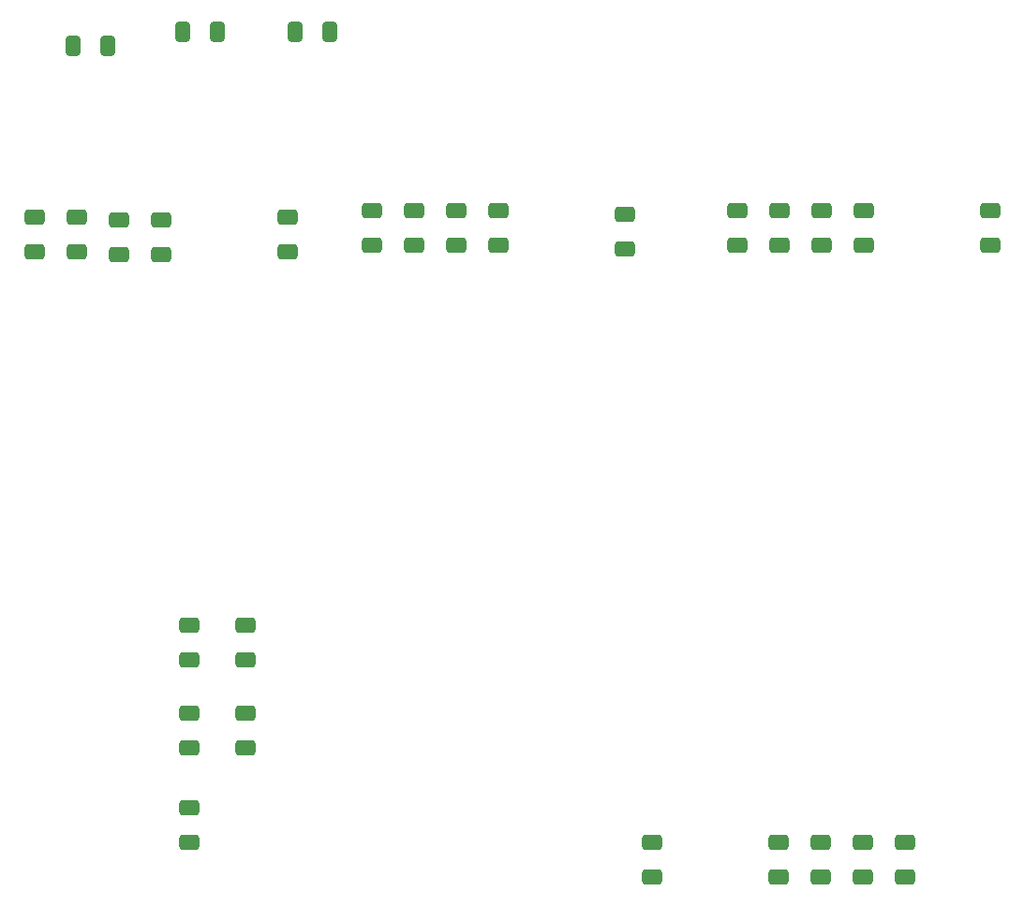
<source format=gbr>
%TF.GenerationSoftware,KiCad,Pcbnew,8.0.3*%
%TF.CreationDate,2024-11-03T21:20:52+01:00*%
%TF.ProjectId,weerstation-analoog,77656572-7374-4617-9469-6f6e2d616e61,rev?*%
%TF.SameCoordinates,Original*%
%TF.FileFunction,Paste,Bot*%
%TF.FilePolarity,Positive*%
%FSLAX46Y46*%
G04 Gerber Fmt 4.6, Leading zero omitted, Abs format (unit mm)*
G04 Created by KiCad (PCBNEW 8.0.3) date 2024-11-03 21:20:52*
%MOMM*%
%LPD*%
G01*
G04 APERTURE LIST*
G04 Aperture macros list*
%AMRoundRect*
0 Rectangle with rounded corners*
0 $1 Rounding radius*
0 $2 $3 $4 $5 $6 $7 $8 $9 X,Y pos of 4 corners*
0 Add a 4 corners polygon primitive as box body*
4,1,4,$2,$3,$4,$5,$6,$7,$8,$9,$2,$3,0*
0 Add four circle primitives for the rounded corners*
1,1,$1+$1,$2,$3*
1,1,$1+$1,$4,$5*
1,1,$1+$1,$6,$7*
1,1,$1+$1,$8,$9*
0 Add four rect primitives between the rounded corners*
20,1,$1+$1,$2,$3,$4,$5,0*
20,1,$1+$1,$4,$5,$6,$7,0*
20,1,$1+$1,$6,$7,$8,$9,0*
20,1,$1+$1,$8,$9,$2,$3,0*%
G04 Aperture macros list end*
%ADD10RoundRect,0.250000X-0.650000X0.412500X-0.650000X-0.412500X0.650000X-0.412500X0.650000X0.412500X0*%
%ADD11RoundRect,0.250000X-0.412500X-0.650000X0.412500X-0.650000X0.412500X0.650000X-0.412500X0.650000X0*%
%ADD12RoundRect,0.250000X0.650000X-0.412500X0.650000X0.412500X-0.650000X0.412500X-0.650000X-0.412500X0*%
%ADD13RoundRect,0.250000X0.412500X0.650000X-0.412500X0.650000X-0.412500X-0.650000X0.412500X-0.650000X0*%
G04 APERTURE END LIST*
D10*
%TO.C,C10*%
X91440000Y-42887500D03*
X91440000Y-46012500D03*
%TD*%
%TO.C,C20*%
X27940000Y-43745000D03*
X27940000Y-46870000D03*
%TD*%
%TO.C,C1*%
X50800000Y-42887500D03*
X50800000Y-46012500D03*
%TD*%
%TO.C,C9*%
X87630000Y-42887500D03*
X87630000Y-46012500D03*
%TD*%
%TO.C,C14*%
X43180000Y-43452500D03*
X43180000Y-46577500D03*
%TD*%
%TO.C,C4*%
X54610000Y-42887500D03*
X54610000Y-46012500D03*
%TD*%
D11*
%TO.C,C21*%
X33705000Y-26670000D03*
X36830000Y-26670000D03*
%TD*%
D12*
%TO.C,C25*%
X34290000Y-83527500D03*
X34290000Y-80402500D03*
%TD*%
D10*
%TO.C,C8*%
X95250000Y-42887500D03*
X95250000Y-46012500D03*
%TD*%
D12*
%TO.C,C17*%
X95188700Y-103162500D03*
X95188700Y-100037500D03*
%TD*%
D10*
%TO.C,C7*%
X106680000Y-42887500D03*
X106680000Y-46012500D03*
%TD*%
D12*
%TO.C,C27*%
X34290000Y-91440000D03*
X34290000Y-88315000D03*
%TD*%
%TO.C,C24*%
X39370000Y-91440000D03*
X39370000Y-88315000D03*
%TD*%
D10*
%TO.C,C2*%
X73660000Y-43180000D03*
X73660000Y-46305000D03*
%TD*%
D12*
%TO.C,C18*%
X91378700Y-103162500D03*
X91378700Y-100037500D03*
%TD*%
D11*
%TO.C,C22*%
X43865000Y-26670000D03*
X46990000Y-26670000D03*
%TD*%
D10*
%TO.C,C3*%
X62230000Y-42887500D03*
X62230000Y-46012500D03*
%TD*%
%TO.C,C13*%
X20320000Y-43452500D03*
X20320000Y-46577500D03*
%TD*%
%TO.C,C16*%
X31750000Y-43745000D03*
X31750000Y-46870000D03*
%TD*%
D12*
%TO.C,C11*%
X98998700Y-103162500D03*
X98998700Y-100037500D03*
%TD*%
%TO.C,C26*%
X39370000Y-83527500D03*
X39370000Y-80402500D03*
%TD*%
D13*
%TO.C,C28*%
X26962500Y-27940000D03*
X23837500Y-27940000D03*
%TD*%
D12*
%TO.C,C15*%
X87568700Y-103162500D03*
X87568700Y-100037500D03*
%TD*%
%TO.C,C12*%
X76138700Y-103162500D03*
X76138700Y-100037500D03*
%TD*%
D10*
%TO.C,C19*%
X24130000Y-43452500D03*
X24130000Y-46577500D03*
%TD*%
D12*
%TO.C,C23*%
X34290000Y-100037500D03*
X34290000Y-96912500D03*
%TD*%
D10*
%TO.C,C5*%
X58420000Y-42887500D03*
X58420000Y-46012500D03*
%TD*%
%TO.C,C6*%
X83820000Y-42887500D03*
X83820000Y-46012500D03*
%TD*%
M02*

</source>
